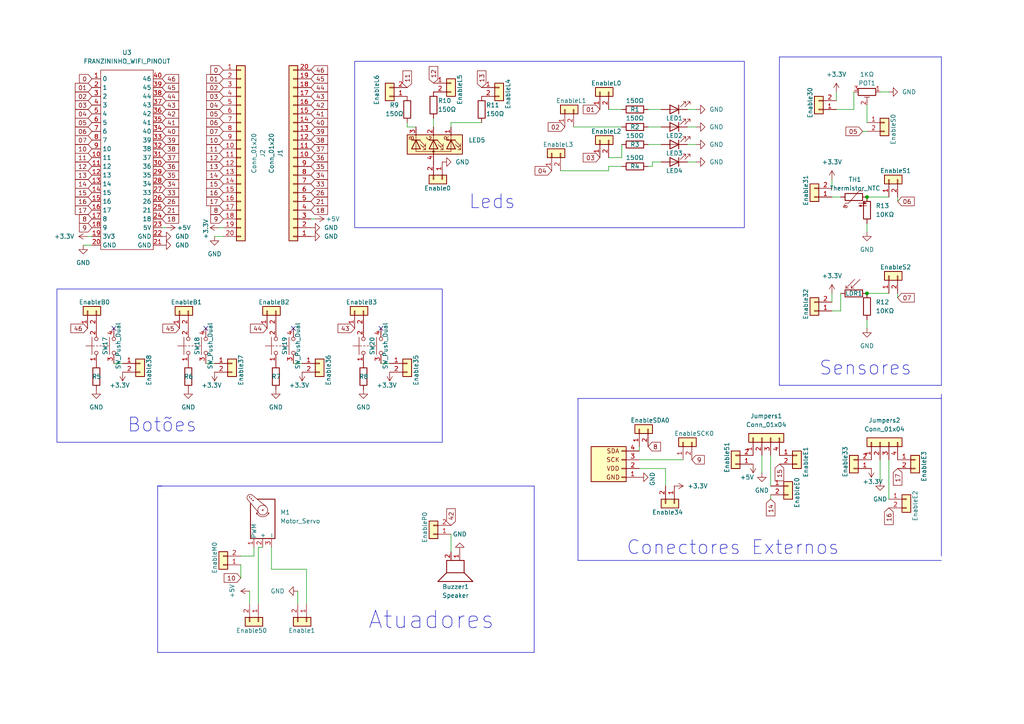
<source format=kicad_sch>
(kicad_sch (version 20230121) (generator eeschema)
  (paper "A4")
  (title_block (title "Mini Laboratório DIY") (date "2022-09-11"))
  (lib_symbols
    (symbol "Conn_01x04_1" (pin_names (offset 1.016) hide)
      (property "Reference" "Tela1" (at -7.62 1.27 90))
      (property "Value" "Conn_01x04" (at -10.16 1.27 90))
      (symbol "Conn_01x04_1_0_0"
        (text "GND" (at 2.54 2.54 0) (effects (font (size 1.27 1.27))))
        (text "SCK" (at 2.54 -2.54 0) (effects (font (size 1.27 1.27))))
        (text "SDA" (at 2.54 -5.08 0) (effects (font (size 1.27 1.27))))
        (text "VDD" (at 2.54 0 0) (effects (font (size 1.27 1.27))))
      )
      (symbol "Conn_01x04_1_1_1"
        (pin passive line (at -5.08 2.54 0) (length 3.81) (name "Pin_1") (number "1"))
        (pin passive line (at -5.08 0 0) (length 3.81) (name "Pin_2") (number "2"))
        (pin passive line (at -5.08 -2.54 0) (length 3.81) (name "Pin_3") (number "3"))
        (pin passive line (at -5.08 -5.08 0) (length 3.81) (name "Pin_4") (number "4"))
      )
    )
    (symbol "Connector_Generic:Conn_01x02" (pin_names (offset 1.016) hide)
      (property "Reference" "J" (at 0 2.54 0))
      (property "Value" "Conn_01x02" (at 0 -5.08 0))
      (symbol "Conn_01x02_1_1"
        (pin passive line (at -5.08 0 0) (length 3.81) (name "Pin_1") (number "1"))
        (pin passive line (at -5.08 -2.54 0) (length 3.81) (name "Pin_2") (number "2"))
      )
    )
    (symbol "Connector_Generic:Conn_01x04" (pin_names (offset 1.016) hide)
      (property "Reference" "J" (at 0 5.08 0))
      (property "Value" "Conn_01x04" (at 0 -7.62 0))
      (symbol "Conn_01x04_1_1"
        (pin passive line (at -5.08 2.54 0) (length 3.81) (name "Pin_1") (number "1"))
        (pin passive line (at -5.08 0 0) (length 3.81) (name "Pin_2") (number "2"))
        (pin passive line (at -5.08 -2.54 0) (length 3.81) (name "Pin_3") (number "3"))
        (pin passive line (at -5.08 -5.08 0) (length 3.81) (name "Pin_4") (number "4"))
      )
    )
    (symbol "Connector_Generic:Conn_01x20" (pin_names (offset 1.016) hide)
      (property "Reference" "J" (at 0 25.4 0))
      (property "Value" "Conn_01x20" (at 0 -27.94 0))
      (symbol "Conn_01x20_1_1"
        (pin passive line (at -5.08 22.86 0) (length 3.81) (name "Pin_1") (number "1"))
        (pin passive line (at -5.08 0 0) (length 3.81) (name "Pin_10") (number "10"))
        (pin passive line (at -5.08 -2.54 0) (length 3.81) (name "Pin_11") (number "11"))
        (pin passive line (at -5.08 -5.08 0) (length 3.81) (name "Pin_12") (number "12"))
        (pin passive line (at -5.08 -7.62 0) (length 3.81) (name "Pin_13") (number "13"))
        (pin passive line (at -5.08 -10.16 0) (length 3.81) (name "Pin_14") (number "14"))
        (pin passive line (at -5.08 -12.7 0) (length 3.81) (name "Pin_15") (number "15"))
        (pin passive line (at -5.08 -15.24 0) (length 3.81) (name "Pin_16") (number "16"))
        (pin passive line (at -5.08 -17.78 0) (length 3.81) (name "Pin_17") (number "17"))
        (pin passive line (at -5.08 -20.32 0) (length 3.81) (name "Pin_18") (number "18"))
        (pin passive line (at -5.08 -22.86 0) (length 3.81) (name "Pin_19") (number "19"))
        (pin passive line (at -5.08 20.32 0) (length 3.81) (name "Pin_2") (number "2"))
        (pin passive line (at -5.08 -25.4 0) (length 3.81) (name "Pin_20") (number "20"))
        (pin passive line (at -5.08 17.78 0) (length 3.81) (name "Pin_3") (number "3"))
        (pin passive line (at -5.08 15.24 0) (length 3.81) (name "Pin_4") (number "4"))
        (pin passive line (at -5.08 12.7 0) (length 3.81) (name "Pin_5") (number "5"))
        (pin passive line (at -5.08 10.16 0) (length 3.81) (name "Pin_6") (number "6"))
        (pin passive line (at -5.08 7.62 0) (length 3.81) (name "Pin_7") (number "7"))
        (pin passive line (at -5.08 5.08 0) (length 3.81) (name "Pin_8") (number "8"))
        (pin passive line (at -5.08 2.54 0) (length 3.81) (name "Pin_9") (number "9"))
      )
    )
    (symbol "Device:LED" (pin_numbers hide) (pin_names (offset 1.016) hide)
      (property "Reference" "D" (at 0 2.54 0))
      (property "Value" "LED" (at 0 -2.54 0))
      (symbol "LED_1_1"
        (pin passive line (at -3.81 0 0) (length 2.54) (name "K") (number "1"))
        (pin passive line (at 3.81 0 180) (length 2.54) (name "A") (number "2"))
      )
    )
    (symbol "Device:LED_RGBA" (pin_names (offset 0) hide)
      (property "Reference" "D" (at 0 9.398 0))
      (property "Value" "LED_RGBA" (at 0 -8.89 0))
      (symbol "LED_RGBA_0_0"
        (text "B" (at -1.905 -6.35 0) (effects (font (size 1.27 1.27))))
        (text "G" (at -1.905 -1.27 0) (effects (font (size 1.27 1.27))))
        (text "R" (at -1.905 3.81 0) (effects (font (size 1.27 1.27))))
      )
      (symbol "LED_RGBA_1_1"
        (pin passive line (at -5.08 5.08 0) (length 2.54) (name "RK") (number "1"))
        (pin passive line (at -5.08 0 0) (length 2.54) (name "GK") (number "2"))
        (pin passive line (at -5.08 -5.08 0) (length 2.54) (name "BK") (number "3"))
        (pin passive line (at 5.08 0 180) (length 2.54) (name "A") (number "4"))
      )
    )
    (symbol "Device:R" (pin_numbers hide) (pin_names (offset 0))
      (property "Reference" "R" (at 2.032 0 90))
      (property "Value" "R" (at 0 0 90))
      (symbol "R_1_1"
        (pin passive line (at 0 3.81 270) (length 1.27) (name "~") (number "1"))
        (pin passive line (at 0 -3.81 90) (length 1.27) (name "~") (number "2"))
      )
    )
    (symbol "Device:R_Potentiometer_Trim" (pin_names (offset 1.016) hide)
      (property "Reference" "RV" (at -4.445 0 90))
      (property "Value" "R_Potentiometer_Trim" (at -2.54 0 90))
      (symbol "R_Potentiometer_Trim_1_1"
        (pin passive line (at 0 3.81 270) (length 1.27) (name "1") (number "1"))
        (pin passive line (at 3.81 0 180) (length 1.27) (name "2") (number "2"))
        (pin passive line (at 0 -3.81 90) (length 1.27) (name "3") (number "3"))
      )
    )
    (symbol "Device:Speaker" (pin_names (offset 0) hide)
      (property "Reference" "LS" (at 1.27 5.715 0))
      (property "Value" "Speaker" (at 1.27 3.81 0))
      (symbol "Speaker_1_1"
        (pin input line (at -5.08 0 0) (length 2.54) (name "1") (number "1"))
        (pin input line (at -5.08 -2.54 0) (length 2.54) (name "2") (number "2"))
      )
    )
    (symbol "Device:Thermistor_NTC" (pin_numbers hide) (pin_names (offset 0))
      (property "Reference" "TH" (at -4.445 0 90))
      (property "Value" "Thermistor_NTC" (at 3.175 0 90))
      (symbol "Thermistor_NTC_1_1"
        (pin passive line (at 0 3.81 270) (length 1.27) (name "~") (number "1"))
        (pin passive line (at 0 -3.81 90) (length 1.27) (name "~") (number "2"))
      )
    )
    (symbol "FRANZININHO_LAB:FRANZININHO_WIFI_PINOUT"
      (property "Reference" "U" (at 0 27.94 0))
      (property "Value" "FRANZININHO_WIFI_PINOUT" (at 0 -26.67 0))
      (symbol "FRANZININHO_WIFI_PINOUT_1_1"
        (pin bidirectional line (at -10.16 24.13 0) (length 2.54) (name "0") (number "1"))
        (pin bidirectional line (at -10.16 1.27 0) (length 2.54) (name "11") (number "10"))
        (pin bidirectional line (at -10.16 -1.27 0) (length 2.54) (name "12") (number "11"))
        (pin bidirectional line (at -10.16 -3.81 0) (length 2.54) (name "13") (number "12"))
        (pin bidirectional line (at -10.16 -6.35 0) (length 2.54) (name "14") (number "13"))
        (pin bidirectional line (at -10.16 -8.89 0) (length 2.54) (name "15") (number "14"))
        (pin bidirectional line (at -10.16 -11.43 0) (length 2.54) (name "16") (number "15"))
        (pin bidirectional line (at -10.16 -13.97 0) (length 2.54) (name "17") (number "16"))
        (pin bidirectional line (at -10.16 -16.51 0) (length 2.54) (name "8") (number "17"))
        (pin bidirectional line (at -10.16 -19.05 0) (length 2.54) (name "9") (number "18"))
        (pin power_out line (at -10.16 -21.59 0) (length 2.54) (name "3V3") (number "19"))
        (pin bidirectional line (at -10.16 21.59 0) (length 2.54) (name "1") (number "2"))
        (pin power_out line (at -10.16 -24.13 0) (length 2.54) (name "GND") (number "20"))
        (pin power_out line (at 10.16 -24.13 180) (length 2.54) (name "GND") (number "21"))
        (pin power_out line (at 10.16 -21.59 180) (length 2.54) (name "GND") (number "22"))
        (pin power_out line (at 10.16 -19.05 180) (length 2.54) (name "5V") (number "23"))
        (pin bidirectional line (at 10.16 -16.51 180) (length 2.54) (name "18") (number "24"))
        (pin bidirectional line (at 10.16 -13.97 180) (length 2.54) (name "21") (number "25"))
        (pin bidirectional line (at 10.16 -11.43 180) (length 2.54) (name "26") (number "26"))
        (pin bidirectional line (at 10.16 -8.89 180) (length 2.54) (name "33") (number "27"))
        (pin bidirectional line (at 10.16 -6.35 180) (length 2.54) (name "34") (number "28"))
        (pin bidirectional line (at 10.16 -3.81 180) (length 2.54) (name "35") (number "29"))
        (pin bidirectional line (at -10.16 19.05 0) (length 2.54) (name "2") (number "3"))
        (pin bidirectional line (at 10.16 -1.27 180) (length 2.54) (name "36") (number "30"))
        (pin bidirectional line (at 10.16 1.27 180) (length 2.54) (name "37") (number "31"))
        (pin bidirectional line (at 10.16 3.81 180) (length 2.54) (name "38") (number "32"))
        (pin bidirectional line (at 10.16 6.35 180) (length 2.54) (name "39") (number "33"))
        (pin bidirectional line (at 10.16 8.89 180) (length 2.54) (name "40") (number "34"))
        (pin bidirectional line (at 10.16 11.43 180) (length 2.54) (name "41") (number "35"))
        (pin bidirectional line (at 10.16 13.97 180) (length 2.54) (name "42") (number "36"))
        (pin bidirectional line (at 10.16 16.51 180) (length 2.54) (name "43") (number "37"))
        (pin bidirectional line (at 10.16 19.05 180) (length 2.54) (name "44") (number "38"))
        (pin bidirectional line (at 10.16 21.59 180) (length 2.54) (name "45") (number "39"))
        (pin bidirectional line (at -10.16 16.51 0) (length 2.54) (name "3") (number "4"))
        (pin input line (at 10.16 24.13 180) (length 2.54) (name "46") (number "40"))
        (pin bidirectional line (at -10.16 13.97 0) (length 2.54) (name "4") (number "5"))
        (pin bidirectional line (at -10.16 11.43 0) (length 2.54) (name "5") (number "6"))
        (pin bidirectional line (at -10.16 8.89 0) (length 2.54) (name "6") (number "7"))
        (pin bidirectional line (at -10.16 6.35 0) (length 2.54) (name "7") (number "8"))
        (pin bidirectional line (at -10.16 3.81 0) (length 2.54) (name "10") (number "9"))
      )
    )
    (symbol "Motor:Motor_Servo" (pin_names (offset 0.0254))
      (property "Reference" "M" (at -5.08 4.445 0))
      (property "Value" "Motor_Servo" (at -5.08 -4.064 0))
      (symbol "Motor_Servo_1_1"
        (pin passive line (at -7.62 2.54 0) (length 2.54) (name "PWM") (number "1"))
        (pin passive line (at -7.62 0 0) (length 2.54) (name "+") (number "2"))
        (pin passive line (at -7.62 -2.54 0) (length 2.54) (name "-") (number "3"))
      )
    )
    (symbol "Sensor_Optical:LDR07" (pin_numbers hide) (pin_names (offset 0))
      (property "Reference" "R" (at -5.08 0 90))
      (property "Value" "LDR07" (at 1.905 0 90))
      (symbol "LDR07_1_1"
        (pin passive line (at 0 3.81 270) (length 1.27) (name "~") (number "1"))
        (pin passive line (at 0 -3.81 90) (length 1.27) (name "~") (number "2"))
      )
    )
    (symbol "Switch:SW_Push_Dual" (pin_names (offset 1.016) hide)
      (property "Reference" "SW" (at 1.27 2.54 0))
      (property "Value" "SW_Push_Dual" (at 0 -6.858 0))
      (symbol "SW_Push_Dual_0_1"
        (pin passive line (at -5.08 0 0) (length 2.54) (name "1") (number "1"))
        (pin passive line (at 5.08 0 180) (length 2.54) (name "2") (number "2"))
        (pin passive line (at -5.08 -5.08 0) (length 2.54) (name "3") (number "3"))
        (pin passive line (at 5.08 -5.08 180) (length 2.54) (name "4") (number "4"))
      )
    )
    (symbol "power:+3.3V" (power) (pin_names (offset 0))
      (property "Value" "+3.3V" (at 0 3.556 0))
      (symbol "+3.3V_1_1"
        (pin power_in line (at 0 0 90) (length 0) hide (name "+3.3V") (number "1"))
      )
    )
    (symbol "power:+5V" (power) (pin_names (offset 0))
      (property "Value" "+5V" (at 0 3.556 0))
      (symbol "+5V_1_1"
        (pin power_in line (at 0 0 90) (length 0) hide (name "+5V") (number "1"))
      )
    )
    (symbol "power:GND" (power) (pin_names (offset 0))
      (property "Value" "GND" (at 0 -3.81 0))
      (symbol "GND_1_1"
        (pin power_in line (at 0 0 270) (length 0) hide (name "GND") (number "1"))
      )
    )
  )
  (junction (at 251.46 85.09))
  (junction (at 251.46 57.15))
  (no_connect (at 110.49 95.25))
  (no_connect (at 33.02 95.25))
  (no_connect (at 85.09 95.25))
  (no_connect (at 59.69 95.25))
  (wire (pts (xy 187.96 36.83) (xy 191.77 36.83)))
  (polyline (pts (xy 154.94 189.23) (xy 45.72 189.23)))
  (wire (pts (xy 69.85 167.64) (xy 69.85 163.83)))
  (wire (pts (xy 193.04 135.89) (xy 185.42 135.89)))
  (polyline (pts (xy 226.06 16.51) (xy 226.06 111.76)))
  (wire (pts (xy 199.39 31.75) (xy 201.93 31.75)))
  (wire (pts (xy 242.57 26.67) (xy 242.57 29.21)))
  (wire (pts (xy 241.3 85.09) (xy 241.3 87.63)))
  (wire (pts (xy 176.53 31.75) (xy 180.34 31.75)))
  (wire (pts (xy 243.84 90.17) (xy 241.3 90.17)))
  (wire (pts (xy 125.73 34.29) (xy 125.73 36.83)))
  (polyline (pts (xy 45.72 140.97) (xy 46.99 140.97)))
  (wire (pts (xy 251.46 30.48) (xy 251.46 35.56)))
  (wire (pts (xy 223.52 143.51) (xy 223.52 144.78)))
  (wire (pts (xy 176.53 45.72) (xy 180.34 45.72)))
  (polyline (pts (xy 273.05 114.3) (xy 273.05 161.29)))
  (wire (pts (xy 130.81 154.94) (xy 130.81 160.02)))
  (wire (pts (xy 88.9 175.26) (xy 88.9 165.1)))
  (polyline (pts (xy 45.72 189.23) (xy 45.72 140.97)))
  (wire (pts (xy 35.56 105.41) (xy 33.02 105.41)))
  (wire (pts (xy 90.17 63.5) (xy 91.44 63.5)))
  (wire (pts (xy 255.27 139.7) (xy 255.27 133.35)))
  (wire (pts (xy 74.93 158.75) (xy 76.2 158.75)))
  (wire (pts (xy 78.74 165.1) (xy 78.74 158.75)))
  (polyline (pts (xy 167.64 115.57) (xy 167.64 162.56)))
  (polyline (pts (xy 226.06 16.51) (xy 273.05 16.51)))
  (wire (pts (xy 187.96 31.75) (xy 191.77 31.75)))
  (wire (pts (xy 242.57 31.75) (xy 247.65 31.75)))
  (wire (pts (xy 251.46 67.31) (xy 251.46 64.77)))
  (wire (pts (xy 118.11 35.56) (xy 118.11 36.83)))
  (polyline (pts (xy 273.05 162.56) (xy 167.64 162.56)))
  (wire (pts (xy 88.9 165.1) (xy 78.74 165.1)))
  (wire (pts (xy 189.23 48.26) (xy 189.23 46.99)))
  (wire (pts (xy 193.04 135.89) (xy 193.04 140.97)))
  (wire (pts (xy 257.81 26.67) (xy 255.27 26.67)))
  (wire (pts (xy 69.85 161.29) (xy 73.66 161.29)))
  (wire (pts (xy 176.53 48.26) (xy 176.53 49.53)))
  (wire (pts (xy 113.03 105.41) (xy 110.49 105.41)))
  (wire (pts (xy 46.99 66.04) (xy 48.26 66.04)))
  (wire (pts (xy 251.46 38.1) (xy 250.19 38.1)))
  (polyline (pts (xy 167.64 115.57) (xy 273.05 115.57)))
  (polyline (pts (xy 273.05 16.51) (xy 273.05 111.76)))
  (wire (pts (xy 72.39 171.45) (xy 72.39 175.26)))
  (wire (pts (xy 189.23 46.99) (xy 191.77 46.99)))
  (wire (pts (xy 260.35 57.15) (xy 260.35 58.42)))
  (wire (pts (xy 180.34 45.72) (xy 180.34 41.91)))
  (polyline (pts (xy 273.05 111.76) (xy 226.06 111.76)))
  (wire (pts (xy 251.46 95.25) (xy 251.46 92.71)))
  (wire (pts (xy 73.66 161.29) (xy 73.66 158.75)))
  (wire (pts (xy 166.37 36.83) (xy 180.34 36.83)))
  (wire (pts (xy 180.34 48.26) (xy 176.53 48.26)))
  (wire (pts (xy 199.39 36.83) (xy 201.93 36.83)))
  (wire (pts (xy 187.96 41.91) (xy 191.77 41.91)))
  (wire (pts (xy 243.84 85.09) (xy 243.84 90.17)))
  (wire (pts (xy 199.39 41.91) (xy 201.93 41.91)))
  (wire (pts (xy 241.3 52.07) (xy 241.3 54.61)))
  (wire (pts (xy 187.96 48.26) (xy 189.23 48.26)))
  (polyline (pts (xy 154.94 140.97) (xy 154.94 189.23)))
  (wire (pts (xy 74.93 158.75) (xy 74.93 175.26)))
  (wire (pts (xy 223.52 132.08) (xy 223.52 140.97)))
  (wire (pts (xy 87.63 105.41) (xy 85.09 105.41)))
  (wire (pts (xy 162.56 49.53) (xy 176.53 49.53)))
  (wire (pts (xy 220.98 137.16) (xy 220.98 132.08)))
  (wire (pts (xy 257.81 85.09) (xy 251.46 85.09)))
  (polyline (pts (xy 45.72 140.97) (xy 154.94 140.97)))
  (wire (pts (xy 139.7 35.56) (xy 130.81 35.56)))
  (wire (pts (xy 199.39 46.99) (xy 201.93 46.99)))
  (wire (pts (xy 25.4 68.58) (xy 26.67 68.58)))
  (wire (pts (xy 62.23 105.41) (xy 59.69 105.41)))
  (wire (pts (xy 130.81 35.56) (xy 130.81 36.83)))
  (wire (pts (xy 260.35 85.09) (xy 260.35 86.36)))
  (wire (pts (xy 185.42 133.35) (xy 198.12 133.35)))
  (wire (pts (xy 86.36 171.45) (xy 86.36 175.26)))
  (wire (pts (xy 62.23 68.58) (xy 64.77 68.58)))
  (wire (pts (xy 185.42 129.54) (xy 185.42 130.81)))
  (wire (pts (xy 24.13 71.12) (xy 26.67 71.12)))
  (wire (pts (xy 257.81 133.35) (xy 257.81 144.78)))
  (wire (pts (xy 118.11 36.83) (xy 120.65 36.83)))
  (wire (pts (xy 243.84 57.15) (xy 241.3 57.15)))
  (wire (pts (xy 257.81 57.15) (xy 251.46 57.15)))
  (wire (pts (xy 63.5 66.04) (xy 64.77 66.04)))
  (wire (pts (xy 247.65 31.75) (xy 247.65 26.67)))
  (rectangle (start 102.87 17.78) (end 215.9 66.04))
  (rectangle (start 16.51 83.82) (end 128.27 128.27))
  (text "Leds" (at 135.89 60.96 0) (effects (font (size 4 4)) (justify left bottom)))
  (text "Conectores Externos" (at 181.61 161.29 0) (effects (font (size 4 4)) (justify left bottom)))
  (text "Botões" (at 36.83 125.73 0) (effects (font (size 4 4)) (justify left bottom)))
  (text "Atuadores" (at 106.68 182.88 0) (effects (font (size 5 5)) (justify left bottom)))
  (text "Sensores" (at 237.49 109.22 0) (effects (font (size 4 4)) (justify left bottom)))
  (global_label "26" (shape input) (at 46.99 58.42 0) (property "Intersheetrefs" "${INTERSHEET_REFS}" (effects hide)))
  (global_label "07" (shape input) (at 260.35 86.36 0) (property "Intersheetrefs" "${INTERSHEET_REFS}" (effects hide)))
  (global_label "11" (shape input) (at 26.67 45.72 180) (property "Intersheetrefs" "${INTERSHEET_REFS}" (effects hide)))
  (global_label "12" (shape input) (at 64.77 45.72 180) (property "Intersheetrefs" "${INTERSHEET_REFS}" (effects hide)))
  (global_label "14" (shape input) (at 223.52 144.78 270) (property "Intersheetrefs" "${INTERSHEET_REFS}" (effects hide)))
  (global_label "13" (shape input) (at 64.77 48.26 180) (property "Intersheetrefs" "${INTERSHEET_REFS}" (effects hide)))
  (global_label "15" (shape input) (at 26.67 55.88 180) (property "Intersheetrefs" "${INTERSHEET_REFS}" (effects hide)))
  (global_label "04" (shape input) (at 160.02 49.53 180) (property "Intersheetrefs" "${INTERSHEET_REFS}" (effects hide)))
  (global_label "03" (shape input) (at 173.99 45.72 180) (property "Intersheetrefs" "${INTERSHEET_REFS}" (effects hide)))
  (global_label "02" (shape input) (at 64.77 25.4 180) (property "Intersheetrefs" "${INTERSHEET_REFS}" (effects hide)))
  (global_label "36" (shape input) (at 90.17 45.72 0) (property "Intersheetrefs" "${INTERSHEET_REFS}" (effects hide)))
  (global_label "17" (shape input) (at 260.35 135.89 270) (property "Intersheetrefs" "${INTERSHEET_REFS}" (effects hide)))
  (global_label "8" (shape input) (at 26.67 63.5 180) (property "Intersheetrefs" "${INTERSHEET_REFS}" (effects hide)))
  (global_label "18" (shape input) (at 46.99 63.5 0) (property "Intersheetrefs" "${INTERSHEET_REFS}" (effects hide)))
  (global_label "13" (shape input) (at 26.67 50.8 180) (property "Intersheetrefs" "${INTERSHEET_REFS}" (effects hide)))
  (global_label "21" (shape input) (at 90.17 58.42 0) (property "Intersheetrefs" "${INTERSHEET_REFS}" (effects hide)))
  (global_label "01" (shape input) (at 173.99 31.75 180) (property "Intersheetrefs" "${INTERSHEET_REFS}" (effects hide)))
  (global_label "35" (shape input) (at 90.17 48.26 0) (property "Intersheetrefs" "${INTERSHEET_REFS}" (effects hide)))
  (global_label "9" (shape input) (at 64.77 63.5 180) (property "Intersheetrefs" "${INTERSHEET_REFS}" (effects hide)))
  (global_label "03" (shape input) (at 26.67 30.48 180) (property "Intersheetrefs" "${INTERSHEET_REFS}" (effects hide)))
  (global_label "01" (shape input) (at 26.67 25.4 180) (property "Intersheetrefs" "${INTERSHEET_REFS}" (effects hide)))
  (global_label "41" (shape input) (at 46.99 35.56 0) (property "Intersheetrefs" "${INTERSHEET_REFS}" (effects hide)))
  (global_label "21" (shape input) (at 46.99 60.96 0) (property "Intersheetrefs" "${INTERSHEET_REFS}" (effects hide)))
  (global_label "14" (shape input) (at 26.67 53.34 180) (property "Intersheetrefs" "${INTERSHEET_REFS}" (effects hide)))
  (global_label "45" (shape input) (at 46.99 25.4 0) (property "Intersheetrefs" "${INTERSHEET_REFS}" (effects hide)))
  (global_label "11" (shape input) (at 64.77 43.18 180) (property "Intersheetrefs" "${INTERSHEET_REFS}" (effects hide)))
  (global_label "02" (shape input) (at 163.83 36.83 180) (property "Intersheetrefs" "${INTERSHEET_REFS}" (effects hide)))
  (global_label "34" (shape input) (at 46.99 53.34 0) (property "Intersheetrefs" "${INTERSHEET_REFS}" (effects hide)))
  (global_label "9" (shape input) (at 26.67 66.04 180) (property "Intersheetrefs" "${INTERSHEET_REFS}" (effects hide)))
  (global_label "8" (shape input) (at 64.77 60.96 180) (property "Intersheetrefs" "${INTERSHEET_REFS}" (effects hide)))
  (global_label "40" (shape input) (at 90.17 35.56 0) (property "Intersheetrefs" "${INTERSHEET_REFS}" (effects hide)))
  (global_label "34" (shape input) (at 90.17 50.8 0) (property "Intersheetrefs" "${INTERSHEET_REFS}" (effects hide)))
  (global_label "46" (shape input) (at 25.4 95.25 180) (property "Intersheetrefs" "${INTERSHEET_REFS}" (effects hide)))
  (global_label "10" (shape input) (at 69.85 167.64 180) (property "Intersheetrefs" "${INTERSHEET_REFS}" (effects hide)))
  (global_label "44" (shape input) (at 77.47 95.25 180) (property "Intersheetrefs" "${INTERSHEET_REFS}" (effects hide)))
  (global_label "8" (shape input) (at 187.96 129.54 0) (property "Intersheetrefs" "${INTERSHEET_REFS}" (effects hide)))
  (global_label "17" (shape input) (at 64.77 58.42 180) (property "Intersheetrefs" "${INTERSHEET_REFS}" (effects hide)))
  (global_label "38" (shape input) (at 90.17 40.64 0) (property "Intersheetrefs" "${INTERSHEET_REFS}" (effects hide)))
  (global_label "15" (shape input) (at 226.06 134.62 270) (property "Intersheetrefs" "${INTERSHEET_REFS}" (effects hide)))
  (global_label "45" (shape input) (at 90.17 22.86 0) (property "Intersheetrefs" "${INTERSHEET_REFS}" (effects hide)))
  (global_label "05" (shape input) (at 26.67 35.56 180) (property "Intersheetrefs" "${INTERSHEET_REFS}" (effects hide)))
  (global_label "42" (shape input) (at 90.17 30.48 0) (property "Intersheetrefs" "${INTERSHEET_REFS}" (effects hide)))
  (global_label "42" (shape input) (at 130.81 152.4 90) (property "Intersheetrefs" "${INTERSHEET_REFS}" (effects hide)))
  (global_label "06" (shape input) (at 64.77 35.56 180) (property "Intersheetrefs" "${INTERSHEET_REFS}" (effects hide)))
  (global_label "12" (shape input) (at 26.67 48.26 180) (property "Intersheetrefs" "${INTERSHEET_REFS}" (effects hide)))
  (global_label "06" (shape input) (at 26.67 38.1 180) (property "Intersheetrefs" "${INTERSHEET_REFS}" (effects hide)))
  (global_label "03" (shape input) (at 64.77 27.94 180) (property "Intersheetrefs" "${INTERSHEET_REFS}" (effects hide)))
  (global_label "43" (shape input) (at 90.17 27.94 0) (property "Intersheetrefs" "${INTERSHEET_REFS}" (effects hide)))
  (global_label "9" (shape input) (at 200.66 133.35 0) (property "Intersheetrefs" "${INTERSHEET_REFS}" (effects hide)))
  (global_label "42" (shape input) (at 46.99 33.02 0) (property "Intersheetrefs" "${INTERSHEET_REFS}" (effects hide)))
  (global_label "44" (shape input) (at 46.99 27.94 0) (property "Intersheetrefs" "${INTERSHEET_REFS}" (effects hide)))
  (global_label "44" (shape input) (at 90.17 25.4 0) (property "Intersheetrefs" "${INTERSHEET_REFS}" (effects hide)))
  (global_label "45" (shape input) (at 52.07 95.25 180) (property "Intersheetrefs" "${INTERSHEET_REFS}" (effects hide)))
  (global_label "41" (shape input) (at 90.17 33.02 0) (property "Intersheetrefs" "${INTERSHEET_REFS}" (effects hide)))
  (global_label "05" (shape input) (at 64.77 33.02 180) (property "Intersheetrefs" "${INTERSHEET_REFS}" (effects hide)))
  (global_label "33" (shape input) (at 46.99 55.88 0) (property "Intersheetrefs" "${INTERSHEET_REFS}" (effects hide)))
  (global_label "10" (shape input) (at 26.67 43.18 180) (property "Intersheetrefs" "${INTERSHEET_REFS}" (effects hide)))
  (global_label "12" (shape input) (at 125.73 24.13 90) (property "Intersheetrefs" "${INTERSHEET_REFS}" (effects hide)))
  (global_label "11" (shape input) (at 118.11 25.4 90) (property "Intersheetrefs" "${INTERSHEET_REFS}" (effects hide)))
  (global_label "46" (shape input) (at 46.99 22.86 0) (property "Intersheetrefs" "${INTERSHEET_REFS}" (effects hide)))
  (global_label "18" (shape input) (at 90.17 60.96 0) (property "Intersheetrefs" "${INTERSHEET_REFS}" (effects hide)))
  (global_label "46" (shape input) (at 90.17 20.32 0) (property "Intersheetrefs" "${INTERSHEET_REFS}" (effects hide)))
  (global_label "17" (shape input) (at 26.67 60.96 180) (property "Intersheetrefs" "${INTERSHEET_REFS}" (effects hide)))
  (global_label "04" (shape input) (at 26.67 33.02 180) (property "Intersheetrefs" "${INTERSHEET_REFS}" (effects hide)))
  (global_label "16" (shape input) (at 26.67 58.42 180) (property "Intersheetrefs" "${INTERSHEET_REFS}" (effects hide)))
  (global_label "06" (shape input) (at 260.35 58.42 0) (property "Intersheetrefs" "${INTERSHEET_REFS}" (effects hide)))
  (global_label "16" (shape input) (at 257.81 147.32 270) (property "Intersheetrefs" "${INTERSHEET_REFS}" (effects hide)))
  (global_label "0" (shape input) (at 64.77 20.32 180) (property "Intersheetrefs" "${INTERSHEET_REFS}" (effects hide)))
  (global_label "13" (shape input) (at 139.7 25.4 90) (property "Intersheetrefs" "${INTERSHEET_REFS}" (effects hide)))
  (global_label "36" (shape input) (at 46.99 48.26 0) (property "Intersheetrefs" "${INTERSHEET_REFS}" (effects hide)))
  (global_label "37" (shape input) (at 90.17 43.18 0) (property "Intersheetrefs" "${INTERSHEET_REFS}" (effects hide)))
  (global_label "35" (shape input) (at 46.99 50.8 0) (property "Intersheetrefs" "${INTERSHEET_REFS}" (effects hide)))
  (global_label "33" (shape input) (at 90.17 53.34 0) (property "Intersheetrefs" "${INTERSHEET_REFS}" (effects hide)))
  (global_label "39" (shape input) (at 46.99 40.64 0) (property "Intersheetrefs" "${INTERSHEET_REFS}" (effects hide)))
  (global_label "37" (shape input) (at 46.99 45.72 0) (property "Intersheetrefs" "${INTERSHEET_REFS}" (effects hide)))
  (global_label "05" (shape input) (at 250.19 38.1 180) (property "Intersheetrefs" "${INTERSHEET_REFS}" (effects hide)))
  (global_label "0" (shape input) (at 26.67 22.86 180) (property "Intersheetrefs" "${INTERSHEET_REFS}" (effects hide)))
  (global_label "02" (shape input) (at 26.67 27.94 180) (property "Intersheetrefs" "${INTERSHEET_REFS}" (effects hide)))
  (global_label "07" (shape input) (at 64.77 38.1 180) (property "Intersheetrefs" "${INTERSHEET_REFS}" (effects hide)))
  (global_label "14" (shape input) (at 64.77 50.8 180) (property "Intersheetrefs" "${INTERSHEET_REFS}" (effects hide)))
  (global_label "43" (shape input) (at 102.87 95.25 180) (property "Intersheetrefs" "${INTERSHEET_REFS}" (effects hide)))
  (global_label "16" (shape input) (at 64.77 55.88 180) (property "Intersheetrefs" "${INTERSHEET_REFS}" (effects hide)))
  (global_label "26" (shape input) (at 90.17 55.88 0) (property "Intersheetrefs" "${INTERSHEET_REFS}" (effects hide)))
  (global_label "04" (shape input) (at 64.77 30.48 180) (property "Intersheetrefs" "${INTERSHEET_REFS}" (effects hide)))
  (global_label "39" (shape input) (at 90.17 38.1 0) (property "Intersheetrefs" "${INTERSHEET_REFS}" (effects hide)))
  (global_label "01" (shape input) (at 64.77 22.86 180) (property "Intersheetrefs" "${INTERSHEET_REFS}" (effects hide)))
  (global_label "43" (shape input) (at 46.99 30.48 0) (property "Intersheetrefs" "${INTERSHEET_REFS}" (effects hide)))
  (global_label "15" (shape input) (at 64.77 53.34 180) (property "Intersheetrefs" "${INTERSHEET_REFS}" (effects hide)))
  (global_label "10" (shape input) (at 64.77 40.64 180) (property "Intersheetrefs" "${INTERSHEET_REFS}" (effects hide)))
  (global_label "07" (shape input) (at 26.67 40.64 180) (property "Intersheetrefs" "${INTERSHEET_REFS}" (effects hide)))
  (global_label "40" (shape input) (at 46.99 38.1 0) (property "Intersheetrefs" "${INTERSHEET_REFS}" (effects hide)))
  (global_label "38" (shape input) (at 46.99 43.18 0) (property "Intersheetrefs" "${INTERSHEET_REFS}" (effects hide)))
  (symbol (lib_id "power:+3.3V") (at 195.58 140.97 270) (unit 1)
    (property "Reference" "#PWR0103" (effects hide))
    (property "Value" "+3.3V" (at 199.39 140.9699 90) (effects (justify left)))
  )
  (symbol (lib_id "Device:R") (at 184.15 41.91 90) (unit 1)
    (property "Reference" "R3" (at 184.15 41.91 90))
    (property "Value" "150Ω" (at 184.15 39.37 90))
    (property "Footprint" "Resistor_THT:R_Axial_DIN0204_L3.6mm_D1.6mm_P7.62mm_Horizontal" (effects hide))
  )
  (symbol (lib_id "Device:R") (at 184.15 31.75 90) (unit 1)
    (property "Reference" "R1" (at 184.15 31.75 90))
    (property "Value" "150Ω" (at 184.15 29.21 90))
    (property "Footprint" "Resistor_THT:R_Axial_DIN0204_L3.6mm_D1.6mm_P7.62mm_Horizontal" (effects hide))
  )
  (symbol (lib_id "Device:R") (at 54.61 109.22 0) (unit 1)
    (property "Reference" "R6" (at 53.34 109.22 0) (effects (justify left)))
    (property "Value" "150Ω" (effects hide))
    (property "Footprint" "Resistor_THT:R_Axial_DIN0204_L3.6mm_D1.6mm_P7.62mm_Horizontal" (effects hide))
  )
  (symbol (lib_id "power:GND") (at 255.27 139.7 0) (unit 1)
    (property "Reference" "#PWR035" (effects hide))
    (property "Value" "GND" (at 255.27 144.78 0))
  )
  (symbol (lib_id "power:GND") (at 201.93 46.99 90) (unit 1)
    (property "Reference" "#PWR06" (effects hide))
    (property "Value" "GND" (at 205.74 46.9899 90) (effects (justify right)))
  )
  (symbol (lib_id "Connector_Generic:Conn_01x02") (at 231.14 132.08 0) (unit 1)
    (property "Reference" "EnableE1" (at 233.68 129.54 90) (effects (justify right)))
    (property "Value" "Conn_01x02" (effects hide))
    (property "Footprint" "Connector_PinHeader_2.54mm:PinHeader_1x02_P2.54mm_Vertical" (effects hide))
  )
  (symbol (lib_id "Connector_Generic:Conn_01x02") (at 25.4 90.17 90) (unit 1)
    (property "Reference" "EnableB0" (at 22.86 87.63 90) (effects (justify right)))
    (property "Value" "Conn_01x02" (effects hide))
    (property "Footprint" "Connector_PinHeader_2.54mm:PinHeader_1x02_P2.54mm_Vertical" (effects hide))
  )
  (symbol (lib_id "Device:R") (at 118.11 31.75 0) (unit 1)
    (property "Reference" "R9" (at 113.03 30.48 0) (effects (justify left)))
    (property "Value" "150Ω" (at 111.76 33.02 0) (effects (justify left)))
    (property "Footprint" "Resistor_THT:R_Axial_DIN0204_L3.6mm_D1.6mm_P7.62mm_Horizontal" (effects hide))
  )
  (symbol (lib_id "power:GND") (at 128.27 46.99 90) (unit 1)
    (property "Reference" "#PWR054" (effects hide))
    (property "Value" "GND" (at 132.08 46.9899 90) (effects (justify right)))
  )
  (symbol (lib_id "Connector_Generic:Conn_01x02") (at 256.54 35.56 0) (unit 1)
    (property "Reference" "EnableS0" (at 259.08 33.02 90) (effects (justify right)))
    (property "Value" "Conn_01x02" (effects hide))
    (property "Footprint" "Connector_PinHeader_2.54mm:PinHeader_1x02_P2.54mm_Vertical" (effects hide))
  )
  (symbol (lib_id "power:+5V") (at 91.44 63.5 270) (unit 1)
    (property "Reference" "#PWR062" (effects hide))
    (property "Value" "+5V" (at 96.52 63.5 90))
  )
  (symbol (lib_id "Connector_Generic:Conn_01x02") (at 195.58 146.05 270) (unit 1)
    (property "Reference" "Enable34" (at 198.12 148.59 90) (effects (justify right)))
    (property "Value" "Conn_01x02" (effects hide))
    (property "Footprint" "Connector_PinHeader_2.54mm:PinHeader_1x02_P2.54mm_Vertical" (effects hide))
  )
  (symbol (lib_id "Device:R") (at 184.15 36.83 270) (unit 1)
    (property "Reference" "R2" (at 184.15 36.83 90))
    (property "Value" "150Ω" (at 184.15 34.29 90))
    (property "Footprint" "Resistor_THT:R_Axial_DIN0204_L3.6mm_D1.6mm_P7.62mm_Horizontal" (effects hide))
  )
  (symbol (lib_id "Connector_Generic:Conn_01x02") (at 228.6 140.97 0) (unit 1)
    (property "Reference" "EnableE0" (at 231.14 138.43 90) (effects (justify right)))
    (property "Value" "Conn_01x02" (effects hide))
    (property "Footprint" "Connector_PinHeader_2.54mm:PinHeader_1x02_P2.54mm_Vertical" (effects hide))
  )
  (symbol (lib_id "Connector_Generic:Conn_01x02") (at 173.99 40.64 90) (unit 1)
    (property "Reference" "EnableL2" (at 171.45 38.1 90) (effects (justify right)))
    (property "Value" "Conn_01x02" (effects hide))
    (property "Footprint" "Connector_PinHeader_2.54mm:PinHeader_1x02_P2.54mm_Vertical" (effects hide))
  )
  (symbol (lib_id "power:+3.3V") (at 87.63 107.95 180) (unit 1)
    (property "Reference" "#PWR0107" (effects hide))
    (property "Value" "+3.3V" (at 83.82 111.76 0) (effects (justify right)))
  )
  (symbol (lib_id "power:+5V") (at 48.26 66.04 270) (unit 1)
    (property "Reference" "#PWR057" (effects hide))
    (property "Value" "+5V" (at 53.34 66.04 90))
  )
  (symbol (lib_id "power:GND") (at 90.17 66.04 90) (unit 1)
    (property "Reference" "#PWR063" (effects hide))
    (property "Value" "GND" (at 93.98 66.0399 90) (effects (justify right)))
  )
  (symbol (lib_id "Device:R") (at 251.46 60.96 0) (unit 1)
    (property "Reference" "R13" (at 254 59.69 0) (effects (justify left)))
    (property "Value" "10KΩ" (at 254 62.2299 0) (effects (justify left)))
    (property "Footprint" "Resistor_THT:R_Axial_DIN0204_L3.6mm_D1.6mm_P7.62mm_Horizontal" (effects hide))
  )
  (symbol (lib_id "Device:LED") (at 195.58 36.83 180) (unit 1)
    (property "Reference" "D2" (effects hide))
    (property "Value" "LED2" (at 195.58 39.37 0))
    (property "Footprint" "LED_THT:LED_D5.0mm" (effects hide))
  )
  (symbol (lib_id "power:+3.3V") (at 242.57 26.67 0) (unit 1)
    (property "Reference" "#PWR0115" (effects hide))
    (property "Value" "+3.3V" (at 242.57 21.59 0))
  )
  (symbol (lib_id "power:GND") (at 201.93 36.83 90) (unit 1)
    (property "Reference" "#PWR02" (effects hide))
    (property "Value" "GND" (at 205.74 36.8299 90) (effects (justify right)))
  )
  (symbol (lib_id "Connector_Generic:Conn_01x02") (at 88.9 180.34 270) (unit 1)
    (property "Reference" "Enable1" (at 91.44 182.88 90) (effects (justify right)))
    (property "Value" "Conn_01x02" (effects hide))
    (property "Footprint" "Connector_PinHeader_2.54mm:PinHeader_1x02_P2.54mm_Vertical" (effects hide))
  )
  (symbol (lib_id "power:+3.3V") (at 25.4 68.58 90) (unit 1)
    (property "Reference" "#PWR0104" (effects hide))
    (property "Value" "+3.3V" (at 21.59 68.5799 90) (effects (justify left)))
  )
  (symbol (lib_id "Connector_Generic:Conn_01x02") (at 52.07 90.17 90) (unit 1)
    (property "Reference" "EnableB1" (at 49.53 87.63 90) (effects (justify right)))
    (property "Value" "Conn_01x02" (effects hide))
    (property "Footprint" "Connector_PinHeader_2.54mm:PinHeader_1x02_P2.54mm_Vertical" (effects hide))
  )
  (symbol (lib_id "Switch:SW_Push_Dual") (at 80.01 100.33 90) (unit 1)
    (property "Reference" "SW19" (at 82.55 100.33 0))
    (property "Value" "SW_Push_Dual" (at 86.36 100.33 0))
    (property "Footprint" "FRANZININHO_LAB:Switch" (effects hide))
  )
  (symbol (lib_id "Device:R_Potentiometer_Trim") (at 251.46 26.67 270) (unit 1)
    (property "Reference" "POT1" (at 251.46 24.13 90))
    (property "Value" "1KΩ" (at 251.46 21.59 90))
    (property "Footprint" "Potentiometer_THT:Potentiometer_Alps_RK09Y11_Single_Horizontal" (effects hide))
  )
  (symbol (lib_id "power:GND") (at 62.23 68.58 0) (unit 1)
    (property "Reference" "#PWR066" (effects hide))
    (property "Value" "GND" (at 62.23 73.66 0))
  )
  (symbol (lib_id "power:+3.3V") (at 113.03 107.95 180) (unit 1)
    (property "Reference" "#PWR0108" (effects hide))
    (property "Value" "+3.3V" (at 109.22 111.76 0) (effects (justify right)))
  )
  (symbol (lib_id "Device:Speaker") (at 133.35 165.1 270) (unit 1)
    (property "Reference" "Buzzer1" (at 128.27 170.18 90) (effects (justify left)))
    (property "Value" "Speaker" (at 128.27 172.72 90) (effects (justify left)))
    (property "Footprint" "Buzzer_Beeper:Buzzer_12x9.5RM7.6" (effects hide))
  )
  (symbol (lib_id "Connector_Generic:Conn_01x02") (at 128.27 52.07 270) (unit 1)
    (property "Reference" "Enable0" (at 130.81 54.61 90) (effects (justify right)))
    (property "Value" "Conn_01x02" (effects hide))
    (property "Footprint" "Connector_PinHeader_2.54mm:PinHeader_1x02_P2.54mm_Vertical" (effects hide))
  )
  (symbol (lib_id "power:GND") (at 133.35 160.02 180) (unit 1)
    (property "Reference" "#PWR053" (effects hide))
    (property "Value" "GND" (at 133.35 154.94 0))
  )
  (symbol (lib_id "power:+3.3V") (at 62.23 107.95 180) (unit 1)
    (property "Reference" "#PWR0106" (effects hide))
    (property "Value" "+3.3V" (at 58.42 111.76 0) (effects (justify right)))
  )
  (symbol (lib_id "Device:R") (at 184.15 48.26 90) (unit 1)
    (property "Reference" "R4" (at 184.15 48.26 90))
    (property "Value" "150Ω" (at 184.15 45.72 90))
    (property "Footprint" "Resistor_THT:R_Axial_DIN0204_L3.6mm_D1.6mm_P7.62mm_Horizontal" (effects hide))
  )
  (symbol (lib_id "Connector_Generic:Conn_01x02") (at 173.99 26.67 90) (unit 1)
    (property "Reference" "EnableL0" (at 171.45 24.13 90) (effects (justify right)))
    (property "Value" "Conn_01x02" (effects hide))
    (property "Footprint" "Connector_PinHeader_2.54mm:PinHeader_1x02_P2.54mm_Vertical" (effects hide))
  )
  (symbol (lib_id "power:+3.3V") (at 63.5 66.04 90) (unit 1)
    (property "Reference" "#PWR0118" (effects hide))
    (property "Value" "+3.3V" (at 59.69 63.5 0) (effects (justify right)))
  )
  (symbol (lib_id "Device:LED_RGBA") (at 125.73 41.91 270) (unit 1)
    (property "Reference" "LED5" (at 135.89 40.64 90) (effects (justify left)))
    (property "Value" "LED_RGBA" (effects hide))
    (property "Footprint" "LED_THT:LED_D5.0mm-4_RGB" (effects hide))
  )
  (symbol (lib_id "power:GND") (at 251.46 95.25 0) (unit 1)
    (property "Reference" "#PWR05" (effects hide))
    (property "Value" "GND" (at 251.46 100.33 0))
  )
  (symbol (lib_id "Connector_Generic:Conn_01x04") (at 255.27 128.27 90) (unit 1)
    (property "Reference" "Jumpers2" (at 256.54 121.92 90))
    (property "Value" "Conn_01x04" (at 256.54 124.46 90))
    (property "Footprint" "Connector_PinHeader_2.54mm:PinHeader_1x04_P2.54mm_Vertical" (effects hide))
  )
  (symbol (lib_id "Connector_Generic:Conn_01x02") (at 213.36 134.62 180) (unit 1)
    (property "Reference" "Enable51" (at 210.82 137.16 90) (effects (justify right)))
    (property "Value" "Conn_01x02" (effects hide))
    (property "Footprint" "Connector_PinHeader_2.54mm:PinHeader_1x02_P2.54mm_Vertical" (effects hide))
  )
  (symbol (lib_id "Connector_Generic:Conn_01x02") (at 40.64 105.41 0) (unit 1)
    (property "Reference" "Enable38" (at 43.18 102.87 90) (effects (justify right)))
    (property "Value" "Conn_01x02" (effects hide))
    (property "Footprint" "Connector_PinHeader_2.54mm:PinHeader_1x02_P2.54mm_Vertical" (effects hide))
  )
  (symbol (lib_id "power:GND") (at 54.61 113.03 0) (unit 1)
    (property "Reference" "#PWR012" (effects hide))
    (property "Value" "GND" (at 54.61 118.11 0))
  )
  (symbol (lib_id "power:GND") (at 24.13 71.12 0) (unit 1)
    (property "Reference" "#PWR060" (effects hide))
    (property "Value" "GND" (at 24.13 76.2 0))
  )
  (symbol (lib_id "Device:R") (at 105.41 109.22 0) (unit 1)
    (property "Reference" "R8" (at 104.14 109.22 0) (effects (justify left)))
    (property "Value" "150Ω" (effects hide))
    (property "Footprint" "Resistor_THT:R_Axial_DIN0204_L3.6mm_D1.6mm_P7.62mm_Horizontal" (effects hide))
  )
  (symbol (lib_id "Connector_Generic:Conn_01x02") (at 236.22 57.15 180) (unit 1)
    (property "Reference" "Enable31" (at 233.68 59.69 90) (effects (justify right)))
    (property "Value" "Conn_01x02" (effects hide))
    (property "Footprint" "Connector_PinHeader_2.54mm:PinHeader_1x02_P2.54mm_Vertical" (effects hide))
  )
  (symbol (lib_id "Connector_Generic:Conn_01x02") (at 198.12 128.27 90) (unit 1)
    (property "Reference" "EnableSCK0" (at 195.58 125.73 90) (effects (justify right)))
    (property "Value" "Conn_01x02" (effects hide))
    (property "Footprint" "Connector_PinHeader_2.54mm:PinHeader_1x02_P2.54mm_Vertical" (effects hide))
  )
  (symbol (lib_id "Connector_Generic:Conn_01x02") (at 125.73 154.94 180) (unit 1)
    (property "Reference" "EnableP0" (at 123.19 157.48 90) (effects (justify right)))
    (property "Value" "Conn_01x02" (effects hide))
    (property "Footprint" "Connector_PinHeader_2.54mm:PinHeader_1x02_P2.54mm_Vertical" (effects hide))
  )
  (symbol (lib_id "power:GND") (at 185.42 138.43 90) (unit 1)
    (property "Reference" "#PWR051" (effects hide))
    (property "Value" "GND" (at 189.23 140.97 0) (effects (justify left)))
  )
  (symbol (lib_id "Connector_Generic:Conn_01x04") (at 220.98 127 90) (unit 1)
    (property "Reference" "Jumpers1" (at 222.25 120.65 90))
    (property "Value" "Conn_01x04" (at 222.25 123.19 90))
    (property "Footprint" "Connector_PinHeader_2.54mm:PinHeader_1x04_P2.54mm_Vertical" (effects hide))
  )
  (symbol (lib_id "Connector_Generic:Conn_01x02") (at 77.47 90.17 90) (unit 1)
    (property "Reference" "EnableB2" (at 74.93 87.63 90) (effects (justify right)))
    (property "Value" "Conn_01x02" (effects hide))
    (property "Footprint" "Connector_PinHeader_2.54mm:PinHeader_1x02_P2.54mm_Vertical" (effects hide))
  )
  (symbol (lib_id "Device:LED") (at 195.58 41.91 180) (unit 1)
    (property "Reference" "D3" (effects hide))
    (property "Value" "LED3" (at 195.58 44.45 0))
    (property "Footprint" "LED_THT:LED_D5.0mm" (effects hide))
  )
  (symbol (lib_id "power:GND") (at 251.46 67.31 0) (unit 1)
    (property "Reference" "#PWR03" (effects hide))
    (property "Value" "GND" (at 251.46 72.39 0))
  )
  (symbol (lib_id "power:+3.3V") (at 252.73 135.89 180) (unit 1)
    (property "Reference" "#PWR0113" (effects hide))
    (property "Value" "+3.3V" (at 250.19 139.7 0) (effects (justify right)))
  )
  (symbol (lib_id "Device:LED") (at 195.58 31.75 180) (unit 1)
    (property "Reference" "D1" (effects hide))
    (property "Value" "LED1" (at 195.58 34.29 0))
    (property "Footprint" "LED_THT:LED_D5.0mm" (effects hide))
  )
  (symbol (lib_id "Device:R") (at 251.46 88.9 0) (unit 1)
    (property "Reference" "R12" (at 254 87.63 0) (effects (justify left)))
    (property "Value" "10KΩ" (at 254 90.1699 0) (effects (justify left)))
    (property "Footprint" "Resistor_THT:R_Axial_DIN0204_L3.6mm_D1.6mm_P7.62mm_Horizontal" (effects hide))
  )
  (symbol (lib_id "Connector_Generic:Conn_01x02") (at 113.03 27.94 180) (unit 1)
    (property "Reference" "EnableL6" (at 109.22 30.48 90) (effects (justify right)))
    (property "Value" "Conn_01x02" (effects hide))
    (property "Footprint" "Connector_PinHeader_2.54mm:PinHeader_1x02_P2.54mm_Vertical" (effects hide))
  )
  (symbol (lib_id "Connector_Generic:Conn_01x02") (at 67.31 105.41 0) (unit 1)
    (property "Reference" "Enable37" (at 69.85 102.87 90) (effects (justify right)))
    (property "Value" "Conn_01x02" (effects hide))
    (property "Footprint" "Connector_PinHeader_2.54mm:PinHeader_1x02_P2.54mm_Vertical" (effects hide))
  )
  (symbol (lib_id "Connector_Generic:Conn_01x02") (at 247.65 135.89 180) (unit 1)
    (property "Reference" "Enable33" (at 245.11 138.43 90) (effects (justify right)))
    (property "Value" "Conn_01x02" (effects hide))
    (property "Footprint" "Connector_PinHeader_2.54mm:PinHeader_1x02_P2.54mm_Vertical" (effects hide))
  )
  (symbol (lib_id "Connector_Generic:Conn_01x02") (at 185.42 124.46 90) (unit 1)
    (property "Reference" "EnableSDA0" (at 182.88 121.92 90) (effects (justify right)))
    (property "Value" "Conn_01x02" (effects hide))
    (property "Footprint" "Connector_PinHeader_2.54mm:PinHeader_1x02_P2.54mm_Vertical" (effects hide))
  )
  (symbol (lib_id "Device:Thermistor_NTC") (at 247.65 57.15 90) (unit 1)
    (property "Reference" "TH1" (at 247.9675 52.07 90))
    (property "Value" "Thermistor_NTC" (at 247.9675 54.61 90))
    (property "Footprint" "Connector_PinHeader_2.54mm:PinHeader_2x01_P2.54mm_Vertical" (effects hide))
  )
  (symbol (lib_id "power:+3.3V") (at 241.3 52.07 0) (unit 1)
    (property "Reference" "#PWR07" (effects hide))
    (property "Value" "+3.3V" (at 241.3 46.99 0))
  )
  (symbol (lib_id "Switch:SW_Push_Dual") (at 54.61 100.33 90) (unit 1)
    (property "Reference" "SW18" (at 57.15 100.33 0))
    (property "Value" "SW_Push_Dual" (at 60.96 100.33 0))
    (property "Footprint" "FRANZININHO_LAB:Switch" (effects hide))
  )
  (symbol (lib_id "FRANZININHO_LAB:FRANZININHO_WIFI_PINOUT") (at 36.83 46.99 0) (unit 1)
    (property "Reference" "U3" (at 36.83 15.24 0))
    (property "Value" "FRANZININHO_WIFI_PINOUT" (at 36.83 17.78 0))
    (property "Footprint" "FRANZININHO_LAB:FRANZININHO_WIFI_PINOUT" (effects hide))
  )
  (symbol (lib_id "Device:LED") (at 195.58 46.99 180) (unit 1)
    (property "Reference" "D4" (effects hide))
    (property "Value" "LED4" (at 195.58 49.53 0))
    (property "Footprint" "LED_THT:LED_D5.0mm" (effects hide))
  )
  (symbol (lib_id "Connector_Generic:Conn_01x02") (at 237.49 31.75 180) (unit 1)
    (property "Reference" "Enable30" (at 234.95 34.29 90) (effects (justify right)))
    (property "Value" "Conn_01x02" (effects hide))
    (property "Footprint" "Connector_PinHeader_2.54mm:PinHeader_1x02_P2.54mm_Vertical" (effects hide))
  )
  (symbol (lib_id "Device:R") (at 27.94 109.22 0) (unit 1)
    (property "Reference" "R5" (at 26.67 109.22 0) (effects (justify left)))
    (property "Value" "150Ω" (effects hide))
    (property "Footprint" "Resistor_THT:R_Axial_DIN0204_L3.6mm_D1.6mm_P7.62mm_Horizontal" (effects hide))
  )
  (symbol (lib_id "Sensor_Optical:LDR07") (at 247.65 85.09 270) (unit 1)
    (property "Reference" "LDR1" (at 247.65 85.09 90))
    (property "Value" "LDR07" (effects hide))
    (property "Footprint" "OptoDevice:R_LDR_5.1x4.3mm_P3.4mm_Vertical" (effects hide))
    (property "Datasheet" "http://www.tme.eu/de/Document/f2e3ad76a925811312d226c31da4cd7e/LDR07.pdf" (effects hide))
  )
  (symbol (lib_id "power:GND") (at 90.17 68.58 90) (unit 1)
    (property "Reference" "#PWR064" (effects hide))
    (property "Value" "GND" (at 93.98 68.5799 90) (effects (justify right)))
  )
  (symbol (lib_id "Connector_Generic:Conn_01x02") (at 64.77 163.83 180) (unit 1)
    (property "Reference" "EnableM0" (at 62.23 166.37 90) (effects (justify right)))
    (property "Value" "Conn_01x02" (effects hide))
    (property "Footprint" "Connector_PinHeader_2.54mm:PinHeader_1x02_P2.54mm_Vertical" (effects hide))
  )
  (symbol (lib_id "Connector_Generic:Conn_01x02") (at 92.71 105.41 0) (unit 1)
    (property "Reference" "Enable36" (at 95.25 102.87 90) (effects (justify right)))
    (property "Value" "Conn_01x02" (effects hide))
    (property "Footprint" "Connector_PinHeader_2.54mm:PinHeader_1x02_P2.54mm_Vertical" (effects hide))
  )
  (symbol (lib_id "power:GND") (at 46.99 71.12 90) (unit 1)
    (property "Reference" "#PWR0101" (effects hide))
    (property "Value" "GND" (at 50.8 71.1199 90) (effects (justify right)))
  )
  (symbol (lib_id "power:GND") (at 220.98 137.16 0) (unit 1)
    (property "Reference" "#PWR040" (effects hide))
    (property "Value" "GND" (at 220.98 142.24 0))
  )
  (symbol (lib_id "Connector_Generic:Conn_01x20") (at 69.85 43.18 0) (unit 1)
    (property "Reference" "J2" (at 76.2 44.45 90))
    (property "Value" "Conn_01x20" (at 73.66 44.45 90))
    (property "Footprint" "Connector_PinHeader_2.54mm:PinHeader_1x20_P2.54mm_Vertical" (effects hide))
  )
  (symbol (lib_id "power:+5V") (at 218.44 134.62 180) (unit 1)
    (property "Reference" "#PWR0114" (effects hide))
    (property "Value" "+5V" (at 214.63 138.43 0) (effects (justify right)))
  )
  (symbol (lib_id "Device:R") (at 125.73 30.48 0) (unit 1)
    (property "Reference" "R10" (at 127 29.21 0) (effects (justify left)))
    (property "Value" "150Ω" (at 127 31.75 0) (effects (justify left)))
    (property "Footprint" "Resistor_THT:R_Axial_DIN0204_L3.6mm_D1.6mm_P7.62mm_Horizontal" (effects hide))
  )
  (symbol (lib_id "power:GND") (at 257.81 26.67 90) (unit 1)
    (property "Reference" "#PWR033" (effects hide))
    (property "Value" "GND" (at 261.62 26.6699 90) (effects (justify right)))
  )
  (symbol (lib_name "Conn_01x04_1") (lib_id "Connector_Generic:Conn_01x04") (at 180.34 135.89 180) (unit 1)
    (property "Reference" "Tela1" (effects hide))
    (property "Value" "Conn_01x04" (effects hide))
    (property "Footprint" "Connector_PinHeader_2.54mm:PinHeader_1x04_P2.54mm_Vertical" (effects hide))
  )
  (symbol (lib_id "Connector_Generic:Conn_01x02") (at 262.89 144.78 0) (unit 1)
    (property "Reference" "EnableE2" (at 265.43 142.24 90) (effects (justify right)))
    (property "Value" "Conn_01x02" (effects hide))
    (property "Footprint" "Connector_PinHeader_2.54mm:PinHeader_1x02_P2.54mm_Vertical" (effects hide))
  )
  (symbol (lib_id "Connector_Generic:Conn_01x02") (at 118.11 105.41 0) (unit 1)
    (property "Reference" "Enable35" (at 120.65 102.87 90) (effects (justify right)))
    (property "Value" "Conn_01x02" (effects hide))
    (property "Footprint" "Connector_PinHeader_2.54mm:PinHeader_1x02_P2.54mm_Vertical" (effects hide))
  )
  (symbol (lib_id "power:+3.3V") (at 35.56 107.95 180) (unit 1)
    (property "Reference" "#PWR0109" (effects hide))
    (property "Value" "+3.3V" (at 31.75 111.76 0) (effects (justify right)))
  )
  (symbol (lib_id "Switch:SW_Push_Dual") (at 105.41 100.33 90) (unit 1)
    (property "Reference" "SW20" (at 107.95 100.33 0))
    (property "Value" "SW_Push_Dual" (at 111.76 100.33 0))
    (property "Footprint" "FRANZININHO_LAB:Switch" (effects hide))
  )
  (symbol (lib_id "Connector_Generic:Conn_01x02") (at 74.93 180.34 270) (unit 1)
    (property "Reference" "Enable50" (at 77.47 182.88 90) (effects (justify right)))
    (property "Value" "Conn_01x02" (effects hide))
    (property "Footprint" "Connector_PinHeader_2.54mm:PinHeader_1x02_P2.54mm_Vertical" (effects hide))
  )
  (symbol (lib_id "power:+3.3V") (at 241.3 85.09 0) (unit 1)
    (property "Reference" "#PWR0116" (effects hide))
    (property "Value" "+3.3V" (at 241.3 80.01 0))
  )
  (symbol (lib_id "Device:R") (at 80.01 109.22 0) (unit 1)
    (property "Reference" "R7" (at 78.74 109.22 0) (effects (justify left)))
    (property "Value" "150Ω" (effects hide))
    (property "Footprint" "Resistor_THT:R_Axial_DIN0204_L3.6mm_D1.6mm_P7.62mm_Horizontal" (effects hide))
  )
  (symbol (lib_id "Connector_Generic:Conn_01x02") (at 144.78 25.4 0) (unit 1)
    (property "Reference" "EnableL4" (at 147.32 22.86 90) (effects (justify right)))
    (property "Value" "Conn_01x02" (effects hide))
    (property "Footprint" "Connector_PinHeader_2.54mm:PinHeader_1x02_P2.54mm_Vertical" (effects hide))
  )
  (symbol (lib_id "Motor:Motor_Servo") (at 76.2 151.13 90) (unit 1)
    (property "Reference" "M1" (at 81.28 148.601 90) (effects (justify right)))
    (property "Value" "Motor_Servo" (at 81.28 151.141 90) (effects (justify right)))
    (property "Footprint" "Connector_PinHeader_2.54mm:PinHeader_1x03_P2.54mm_Vertical" (effects hide))
    (property "Datasheet" "http://forums.parallax.com/uploads/attachments/46831/74481.png" (effects hide))
  )
  (symbol (lib_id "power:GND") (at 27.94 113.03 0) (unit 1)
    (property "Reference" "#PWR011" (effects hide))
    (property "Value" "GND" (at 27.94 118.11 0))
  )
  (symbol (lib_id "power:GND") (at 46.99 68.58 90) (unit 1)
    (property "Reference" "#PWR0102" (effects hide))
    (property "Value" "GND" (at 50.8 68.5799 90) (effects (justify right)))
  )
  (symbol (lib_id "power:GND") (at 86.36 171.45 270) (unit 1)
    (property "Reference" "#PWR043" (effects hide))
    (property "Value" "GND" (at 82.55 171.4499 90) (effects (justify right)))
  )
  (symbol (lib_id "Connector_Generic:Conn_01x02") (at 160.02 44.45 90) (unit 1)
    (property "Reference" "EnableL3" (at 157.48 41.91 90) (effects (justify right)))
    (property "Value" "Conn_01x02" (effects hide))
    (property "Footprint" "Connector_PinHeader_2.54mm:PinHeader_1x02_P2.54mm_Vertical" (effects hide))
  )
  (symbol (lib_id "Connector_Generic:Conn_01x20") (at 85.09 45.72 180) (unit 1)
    (property "Reference" "J1" (at 81.28 44.45 90))
    (property "Value" "Conn_01x20" (at 78.74 44.45 90))
    (property "Footprint" "Connector_PinHeader_2.54mm:PinHeader_1x20_P2.54mm_Vertical" (effects hide))
  )
  (symbol (lib_id "Connector_Generic:Conn_01x02") (at 102.87 90.17 90) (unit 1)
    (property "Reference" "EnableB3" (at 100.33 87.63 90) (effects (justify right)))
    (property "Value" "Conn_01x02" (effects hide))
    (property "Footprint" "Connector_PinHeader_2.54mm:PinHeader_1x02_P2.54mm_Vertical" (effects hide))
  )
  (symbol (lib_id "Connector_Generic:Conn_01x02") (at 257.81 80.01 90) (unit 1)
    (property "Reference" "EnableS2" (at 255.27 77.47 90) (effects (justify right)))
    (property "Value" "Conn_01x02" (effects hide))
    (property "Footprint" "Connector_PinHeader_2.54mm:PinHeader_1x02_P2.54mm_Vertical" (effects hide))
  )
  (symbol (lib_id "Connector_Generic:Conn_01x02") (at 163.83 31.75 90) (unit 1)
    (property "Reference" "EnableL1" (at 161.29 29.21 90) (effects (justify right)))
    (property "Value" "Conn_01x02" (effects hide))
    (property "Footprint" "Connector_PinHeader_2.54mm:PinHeader_1x02_P2.54mm_Vertical" (effects hide))
  )
  (symbol (lib_id "Connector_Generic:Conn_01x02") (at 257.81 52.07 90) (unit 1)
    (property "Reference" "EnableS1" (at 255.27 49.53 90) (effects (justify right)))
    (property "Value" "Conn_01x02" (effects hide))
    (property "Footprint" "Connector_PinHeader_2.54mm:PinHeader_1x02_P2.54mm_Vertical" (effects hide))
  )
  (symbol (lib_id "power:GND") (at 201.93 41.91 90) (unit 1)
    (property "Reference" "#PWR04" (effects hide))
    (property "Value" "GND" (at 205.74 41.9099 90) (effects (justify right)))
  )
  (symbol (lib_id "power:GND") (at 105.41 113.03 0) (unit 1)
    (property "Reference" "#PWR014" (effects hide))
    (property "Value" "GND" (at 105.41 118.11 0))
  )
  (symbol (lib_id "Connector_Generic:Conn_01x02") (at 130.81 24.13 0) (unit 1)
    (property "Reference" "EnableL5" (at 133.35 21.59 90) (effects (justify right)))
    (property "Value" "Conn_01x02" (effects hide))
    (property "Footprint" "Connector_PinHeader_2.54mm:PinHeader_1x02_P2.54mm_Vertical" (effects hide))
  )
  (symbol (lib_id "Device:R") (at 139.7 31.75 0) (unit 1)
    (property "Reference" "R11" (at 140.97 30.48 0) (effects (justify left)))
    (property "Value" "150Ω" (at 140.97 33.02 0) (effects (justify left)))
    (property "Footprint" "Resistor_THT:R_Axial_DIN0204_L3.6mm_D1.6mm_P7.62mm_Horizontal" (effects hide))
  )
  (symbol (lib_id "power:+5V") (at 72.39 171.45 90) (unit 1)
    (property "Reference" "#PWR039" (effects hide))
    (property "Value" "+5V" (at 67.31 171.45 0))
  )
  (symbol (lib_id "Switch:SW_Push_Dual") (at 27.94 100.33 90) (unit 1)
    (property "Reference" "SW17" (at 30.48 100.33 0))
    (property "Value" "SW_Push_Dual" (at 34.29 100.33 0))
    (property "Footprint" "FRANZININHO_LAB:Switch" (effects hide))
  )
  (symbol (lib_id "power:GND") (at 80.01 113.03 0) (unit 1)
    (property "Reference" "#PWR013" (effects hide))
    (property "Value" "GND" (at 80.01 118.11 0))
  )
  (symbol (lib_id "Connector_Generic:Conn_01x02") (at 236.22 90.17 180) (unit 1)
    (property "Reference" "Enable32" (at 233.68 92.71 90) (effects (justify right)))
    (property "Value" "Conn_01x02" (effects hide))
    (property "Footprint" "Connector_PinHeader_2.54mm:PinHeader_1x02_P2.54mm_Vertical" (effects hide))
  )
  (symbol (lib_id "Connector_Generic:Conn_01x02") (at 265.43 133.35 0) (unit 1)
    (property "Reference" "EnableE3" (at 267.97 130.81 90) (effects (justify right)))
    (property "Value" "Conn_01x02" (effects hide))
    (property "Footprint" "Connector_PinHeader_2.54mm:PinHeader_1x02_P2.54mm_Vertical" (effects hide))
  )
  (symbol (lib_id "power:GND") (at 201.93 31.75 90) (unit 1)
    (property "Reference" "#PWR01" (effects hide))
    (property "Value" "GND" (at 205.74 31.7499 90) (effects (justify right)))
  )
)
</source>
